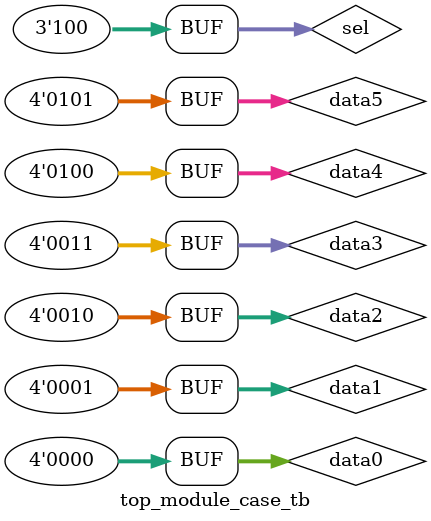
<source format=v>
module top_module_case_tb ();

// Design Inputs and outputs
	
	reg [2:0] sel;  
    reg [3:0] data0;
    reg [3:0] data1;
    reg [3:0] data2;
    reg [3:0] data3;
    reg [3:0] data4;
    reg [3:0] data5;
	
	wire [3:0] out_t;

// DUT instantiation
top_module_case DUT	(
	.sel(sel) , 
	.data0(data0) ,
	.data1(data1) ,
	.data2(data2) ,
	.data3(data3) ,
	.data4(data4) ,
	.data5(data5) ,
	.out(out_t)
	);
	
initial	begin		
		data0 = 4'd0;
		data1 = 4'd1;
		data2 = 4'd2;
		data3 = 4'd3;
		data4 = 4'd4;
		data5 = 4'd5;
		sel = 3'd0;
		$monitor ("time=%0t \t Sel Value: \t sel=%d out=%d" , $time, sel , out_t);		
		#20 sel = 3'd2;	
		$monitor ("time=%0t \t Sel Value: \t sel=%d out=%d" , $time, sel , out_t);	
		#20 sel = 3'd4;
		$monitor ("time=%0t \t Sel Value: \t sel=%d out=%d" , $time, sel , out_t);
end


endmodule 

</source>
